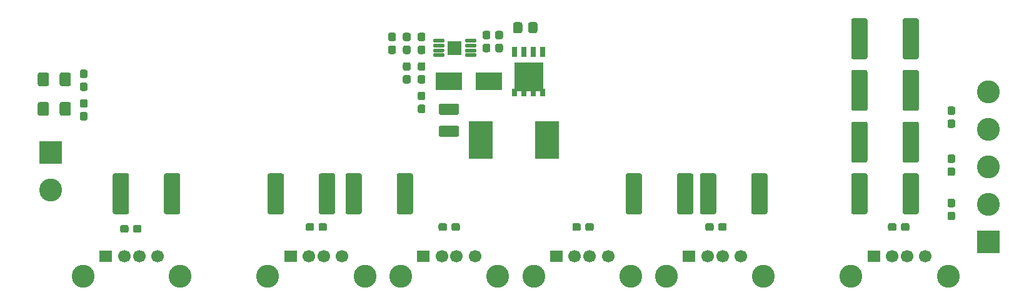
<source format=gbr>
%TF.GenerationSoftware,KiCad,Pcbnew,5.1.6*%
%TF.CreationDate,2020-06-19T21:58:21+02:00*%
%TF.ProjectId,laptop2usb,6c617074-6f70-4327-9573-622e6b696361,rev?*%
%TF.SameCoordinates,Original*%
%TF.FileFunction,Soldermask,Top*%
%TF.FilePolarity,Negative*%
%FSLAX46Y46*%
G04 Gerber Fmt 4.6, Leading zero omitted, Abs format (unit mm)*
G04 Created by KiCad (PCBNEW 5.1.6) date 2020-06-19 21:58:21*
%MOMM*%
%LPD*%
G01*
G04 APERTURE LIST*
%ADD10C,3.100000*%
%ADD11R,3.100000X3.100000*%
%ADD12R,3.275000X5.050000*%
%ADD13R,1.830000X1.950000*%
%ADD14R,4.010000X3.910000*%
%ADD15R,0.710000X1.120000*%
%ADD16R,0.710000X1.370000*%
%ADD17C,1.700000*%
%ADD18R,1.700000X1.600000*%
%ADD19R,3.600000X2.400000*%
G04 APERTURE END LIST*
%TO.C,R4*%
G36*
G01*
X121200000Y-92978262D02*
X121200000Y-92021738D01*
G75*
G02*
X121471738Y-91750000I271738J0D01*
G01*
X122178262Y-91750000D01*
G75*
G02*
X122450000Y-92021738I0J-271738D01*
G01*
X122450000Y-92978262D01*
G75*
G02*
X122178262Y-93250000I-271738J0D01*
G01*
X121471738Y-93250000D01*
G75*
G02*
X121200000Y-92978262I0J271738D01*
G01*
G37*
G36*
G01*
X119150000Y-92978262D02*
X119150000Y-92021738D01*
G75*
G02*
X119421738Y-91750000I271738J0D01*
G01*
X120128262Y-91750000D01*
G75*
G02*
X120400000Y-92021738I0J-271738D01*
G01*
X120400000Y-92978262D01*
G75*
G02*
X120128262Y-93250000I-271738J0D01*
G01*
X119421738Y-93250000D01*
G75*
G02*
X119150000Y-92978262I0J271738D01*
G01*
G37*
%TD*%
%TO.C,C3*%
G36*
G01*
X92800000Y-119762500D02*
X92800000Y-119237500D01*
G75*
G02*
X93062500Y-118975000I262500J0D01*
G01*
X93687500Y-118975000D01*
G75*
G02*
X93950000Y-119237500I0J-262500D01*
G01*
X93950000Y-119762500D01*
G75*
G02*
X93687500Y-120025000I-262500J0D01*
G01*
X93062500Y-120025000D01*
G75*
G02*
X92800000Y-119762500I0J262500D01*
G01*
G37*
G36*
G01*
X91050000Y-119762500D02*
X91050000Y-119237500D01*
G75*
G02*
X91312500Y-118975000I262500J0D01*
G01*
X91937500Y-118975000D01*
G75*
G02*
X92200000Y-119237500I0J-262500D01*
G01*
X92200000Y-119762500D01*
G75*
G02*
X91937500Y-120025000I-262500J0D01*
G01*
X91312500Y-120025000D01*
G75*
G02*
X91050000Y-119762500I0J262500D01*
G01*
G37*
%TD*%
D10*
%TO.C,J8*%
X183500000Y-101180000D03*
X183500000Y-106260000D03*
D11*
X183500000Y-121500000D03*
D10*
X183500000Y-111340000D03*
X183500000Y-116420000D03*
%TD*%
%TO.C,J1*%
X56500000Y-114500000D03*
D11*
X56500000Y-109420000D03*
%TD*%
%TO.C,C13*%
G36*
G01*
X111557456Y-104312500D02*
X109342544Y-104312500D01*
G75*
G02*
X109075000Y-104044956I0J267544D01*
G01*
X109075000Y-103055044D01*
G75*
G02*
X109342544Y-102787500I267544J0D01*
G01*
X111557456Y-102787500D01*
G75*
G02*
X111825000Y-103055044I0J-267544D01*
G01*
X111825000Y-104044956D01*
G75*
G02*
X111557456Y-104312500I-267544J0D01*
G01*
G37*
G36*
G01*
X111557456Y-107287500D02*
X109342544Y-107287500D01*
G75*
G02*
X109075000Y-107019956I0J267544D01*
G01*
X109075000Y-106030044D01*
G75*
G02*
X109342544Y-105762500I267544J0D01*
G01*
X111557456Y-105762500D01*
G75*
G02*
X111825000Y-106030044I0J-267544D01*
G01*
X111825000Y-107019956D01*
G75*
G02*
X111557456Y-107287500I-267544J0D01*
G01*
G37*
%TD*%
D12*
%TO.C,L1*%
X123757500Y-107750000D03*
X114742500Y-107750000D03*
%TD*%
D13*
%TO.C,U1*%
X111250000Y-95250000D03*
G36*
G01*
X112650000Y-94400000D02*
X112650000Y-94150000D01*
G75*
G02*
X112775000Y-94025000I125000J0D01*
G01*
X114050000Y-94025000D01*
G75*
G02*
X114175000Y-94150000I0J-125000D01*
G01*
X114175000Y-94400000D01*
G75*
G02*
X114050000Y-94525000I-125000J0D01*
G01*
X112775000Y-94525000D01*
G75*
G02*
X112650000Y-94400000I0J125000D01*
G01*
G37*
G36*
G01*
X112650000Y-95050000D02*
X112650000Y-94800000D01*
G75*
G02*
X112775000Y-94675000I125000J0D01*
G01*
X114050000Y-94675000D01*
G75*
G02*
X114175000Y-94800000I0J-125000D01*
G01*
X114175000Y-95050000D01*
G75*
G02*
X114050000Y-95175000I-125000J0D01*
G01*
X112775000Y-95175000D01*
G75*
G02*
X112650000Y-95050000I0J125000D01*
G01*
G37*
G36*
G01*
X112650000Y-95700000D02*
X112650000Y-95450000D01*
G75*
G02*
X112775000Y-95325000I125000J0D01*
G01*
X114050000Y-95325000D01*
G75*
G02*
X114175000Y-95450000I0J-125000D01*
G01*
X114175000Y-95700000D01*
G75*
G02*
X114050000Y-95825000I-125000J0D01*
G01*
X112775000Y-95825000D01*
G75*
G02*
X112650000Y-95700000I0J125000D01*
G01*
G37*
G36*
G01*
X112650000Y-96350000D02*
X112650000Y-96100000D01*
G75*
G02*
X112775000Y-95975000I125000J0D01*
G01*
X114050000Y-95975000D01*
G75*
G02*
X114175000Y-96100000I0J-125000D01*
G01*
X114175000Y-96350000D01*
G75*
G02*
X114050000Y-96475000I-125000J0D01*
G01*
X112775000Y-96475000D01*
G75*
G02*
X112650000Y-96350000I0J125000D01*
G01*
G37*
G36*
G01*
X108325000Y-96350000D02*
X108325000Y-96100000D01*
G75*
G02*
X108450000Y-95975000I125000J0D01*
G01*
X109725000Y-95975000D01*
G75*
G02*
X109850000Y-96100000I0J-125000D01*
G01*
X109850000Y-96350000D01*
G75*
G02*
X109725000Y-96475000I-125000J0D01*
G01*
X108450000Y-96475000D01*
G75*
G02*
X108325000Y-96350000I0J125000D01*
G01*
G37*
G36*
G01*
X108325000Y-95700000D02*
X108325000Y-95450000D01*
G75*
G02*
X108450000Y-95325000I125000J0D01*
G01*
X109725000Y-95325000D01*
G75*
G02*
X109850000Y-95450000I0J-125000D01*
G01*
X109850000Y-95700000D01*
G75*
G02*
X109725000Y-95825000I-125000J0D01*
G01*
X108450000Y-95825000D01*
G75*
G02*
X108325000Y-95700000I0J125000D01*
G01*
G37*
G36*
G01*
X108325000Y-95050000D02*
X108325000Y-94800000D01*
G75*
G02*
X108450000Y-94675000I125000J0D01*
G01*
X109725000Y-94675000D01*
G75*
G02*
X109850000Y-94800000I0J-125000D01*
G01*
X109850000Y-95050000D01*
G75*
G02*
X109725000Y-95175000I-125000J0D01*
G01*
X108450000Y-95175000D01*
G75*
G02*
X108325000Y-95050000I0J125000D01*
G01*
G37*
G36*
G01*
X108325000Y-94400000D02*
X108325000Y-94150000D01*
G75*
G02*
X108450000Y-94025000I125000J0D01*
G01*
X109725000Y-94025000D01*
G75*
G02*
X109850000Y-94150000I0J-125000D01*
G01*
X109850000Y-94400000D01*
G75*
G02*
X109725000Y-94525000I-125000J0D01*
G01*
X108450000Y-94525000D01*
G75*
G02*
X108325000Y-94400000I0J125000D01*
G01*
G37*
%TD*%
%TO.C,R7*%
G36*
G01*
X60737500Y-99925000D02*
X61262500Y-99925000D01*
G75*
G02*
X61525000Y-100187500I0J-262500D01*
G01*
X61525000Y-100812500D01*
G75*
G02*
X61262500Y-101075000I-262500J0D01*
G01*
X60737500Y-101075000D01*
G75*
G02*
X60475000Y-100812500I0J262500D01*
G01*
X60475000Y-100187500D01*
G75*
G02*
X60737500Y-99925000I262500J0D01*
G01*
G37*
G36*
G01*
X60737500Y-98175000D02*
X61262500Y-98175000D01*
G75*
G02*
X61525000Y-98437500I0J-262500D01*
G01*
X61525000Y-99062500D01*
G75*
G02*
X61262500Y-99325000I-262500J0D01*
G01*
X60737500Y-99325000D01*
G75*
G02*
X60475000Y-99062500I0J262500D01*
G01*
X60475000Y-98437500D01*
G75*
G02*
X60737500Y-98175000I262500J0D01*
G01*
G37*
%TD*%
%TO.C,R6*%
G36*
G01*
X106487500Y-98925000D02*
X107012500Y-98925000D01*
G75*
G02*
X107275000Y-99187500I0J-262500D01*
G01*
X107275000Y-99812500D01*
G75*
G02*
X107012500Y-100075000I-262500J0D01*
G01*
X106487500Y-100075000D01*
G75*
G02*
X106225000Y-99812500I0J262500D01*
G01*
X106225000Y-99187500D01*
G75*
G02*
X106487500Y-98925000I262500J0D01*
G01*
G37*
G36*
G01*
X106487500Y-97175000D02*
X107012500Y-97175000D01*
G75*
G02*
X107275000Y-97437500I0J-262500D01*
G01*
X107275000Y-98062500D01*
G75*
G02*
X107012500Y-98325000I-262500J0D01*
G01*
X106487500Y-98325000D01*
G75*
G02*
X106225000Y-98062500I0J262500D01*
G01*
X106225000Y-97437500D01*
G75*
G02*
X106487500Y-97175000I262500J0D01*
G01*
G37*
%TD*%
%TO.C,R5*%
G36*
G01*
X107012500Y-102325000D02*
X106487500Y-102325000D01*
G75*
G02*
X106225000Y-102062500I0J262500D01*
G01*
X106225000Y-101437500D01*
G75*
G02*
X106487500Y-101175000I262500J0D01*
G01*
X107012500Y-101175000D01*
G75*
G02*
X107275000Y-101437500I0J-262500D01*
G01*
X107275000Y-102062500D01*
G75*
G02*
X107012500Y-102325000I-262500J0D01*
G01*
G37*
G36*
G01*
X107012500Y-104075000D02*
X106487500Y-104075000D01*
G75*
G02*
X106225000Y-103812500I0J262500D01*
G01*
X106225000Y-103187500D01*
G75*
G02*
X106487500Y-102925000I262500J0D01*
G01*
X107012500Y-102925000D01*
G75*
G02*
X107275000Y-103187500I0J-262500D01*
G01*
X107275000Y-103812500D01*
G75*
G02*
X107012500Y-104075000I-262500J0D01*
G01*
G37*
%TD*%
%TO.C,R3*%
G36*
G01*
X104487500Y-94925000D02*
X105012500Y-94925000D01*
G75*
G02*
X105275000Y-95187500I0J-262500D01*
G01*
X105275000Y-95812500D01*
G75*
G02*
X105012500Y-96075000I-262500J0D01*
G01*
X104487500Y-96075000D01*
G75*
G02*
X104225000Y-95812500I0J262500D01*
G01*
X104225000Y-95187500D01*
G75*
G02*
X104487500Y-94925000I262500J0D01*
G01*
G37*
G36*
G01*
X104487500Y-93175000D02*
X105012500Y-93175000D01*
G75*
G02*
X105275000Y-93437500I0J-262500D01*
G01*
X105275000Y-94062500D01*
G75*
G02*
X105012500Y-94325000I-262500J0D01*
G01*
X104487500Y-94325000D01*
G75*
G02*
X104225000Y-94062500I0J262500D01*
G01*
X104225000Y-93437500D01*
G75*
G02*
X104487500Y-93175000I262500J0D01*
G01*
G37*
%TD*%
%TO.C,R2*%
G36*
G01*
X102487500Y-94925000D02*
X103012500Y-94925000D01*
G75*
G02*
X103275000Y-95187500I0J-262500D01*
G01*
X103275000Y-95812500D01*
G75*
G02*
X103012500Y-96075000I-262500J0D01*
G01*
X102487500Y-96075000D01*
G75*
G02*
X102225000Y-95812500I0J262500D01*
G01*
X102225000Y-95187500D01*
G75*
G02*
X102487500Y-94925000I262500J0D01*
G01*
G37*
G36*
G01*
X102487500Y-93175000D02*
X103012500Y-93175000D01*
G75*
G02*
X103275000Y-93437500I0J-262500D01*
G01*
X103275000Y-94062500D01*
G75*
G02*
X103012500Y-94325000I-262500J0D01*
G01*
X102487500Y-94325000D01*
G75*
G02*
X102225000Y-94062500I0J262500D01*
G01*
X102225000Y-93437500D01*
G75*
G02*
X102487500Y-93175000I262500J0D01*
G01*
G37*
%TD*%
%TO.C,R1*%
G36*
G01*
X61262500Y-103325000D02*
X60737500Y-103325000D01*
G75*
G02*
X60475000Y-103062500I0J262500D01*
G01*
X60475000Y-102437500D01*
G75*
G02*
X60737500Y-102175000I262500J0D01*
G01*
X61262500Y-102175000D01*
G75*
G02*
X61525000Y-102437500I0J-262500D01*
G01*
X61525000Y-103062500D01*
G75*
G02*
X61262500Y-103325000I-262500J0D01*
G01*
G37*
G36*
G01*
X61262500Y-105075000D02*
X60737500Y-105075000D01*
G75*
G02*
X60475000Y-104812500I0J262500D01*
G01*
X60475000Y-104187500D01*
G75*
G02*
X60737500Y-103925000I262500J0D01*
G01*
X61262500Y-103925000D01*
G75*
G02*
X61525000Y-104187500I0J-262500D01*
G01*
X61525000Y-104812500D01*
G75*
G02*
X61262500Y-105075000I-262500J0D01*
G01*
G37*
%TD*%
D14*
%TO.C,Q1*%
X121250000Y-99140000D03*
D15*
X123155000Y-101245000D03*
X121885000Y-101245000D03*
X120615000Y-101245000D03*
X119345000Y-101245000D03*
D16*
X119345000Y-95780000D03*
X120615000Y-95780000D03*
X121885000Y-95780000D03*
X123155000Y-95780000D03*
%TD*%
D17*
%TO.C,J7*%
X175000000Y-123500000D03*
X172500000Y-123500000D03*
X170500000Y-123500000D03*
D18*
X168000000Y-123500000D03*
D10*
X178070000Y-126210000D03*
X164930000Y-126210000D03*
%TD*%
D17*
%TO.C,J6*%
X150000000Y-123500000D03*
X147500000Y-123500000D03*
X145500000Y-123500000D03*
D18*
X143000000Y-123500000D03*
D10*
X153070000Y-126210000D03*
X139930000Y-126210000D03*
%TD*%
D17*
%TO.C,J5*%
X132000000Y-123500000D03*
X129500000Y-123500000D03*
X127500000Y-123500000D03*
D18*
X125000000Y-123500000D03*
D10*
X135070000Y-126210000D03*
X121930000Y-126210000D03*
%TD*%
D17*
%TO.C,J4*%
X114000000Y-123500000D03*
X111500000Y-123500000D03*
X109500000Y-123500000D03*
D18*
X107000000Y-123500000D03*
D10*
X117070000Y-126210000D03*
X103930000Y-126210000D03*
%TD*%
D17*
%TO.C,J3*%
X96000000Y-123500000D03*
X93500000Y-123500000D03*
X91500000Y-123500000D03*
D18*
X89000000Y-123500000D03*
D10*
X99070000Y-126210000D03*
X85930000Y-126210000D03*
%TD*%
D17*
%TO.C,J2*%
X71000000Y-123500000D03*
X68500000Y-123500000D03*
X66500000Y-123500000D03*
D18*
X64000000Y-123500000D03*
D10*
X74070000Y-126210000D03*
X60930000Y-126210000D03*
%TD*%
%TO.C,F9*%
G36*
G01*
X171900000Y-96513095D02*
X171900000Y-91486905D01*
G75*
G02*
X172161905Y-91225000I261905J0D01*
G01*
X173838095Y-91225000D01*
G75*
G02*
X174100000Y-91486905I0J-261905D01*
G01*
X174100000Y-96513095D01*
G75*
G02*
X173838095Y-96775000I-261905J0D01*
G01*
X172161905Y-96775000D01*
G75*
G02*
X171900000Y-96513095I0J261905D01*
G01*
G37*
G36*
G01*
X164950000Y-96513095D02*
X164950000Y-91486905D01*
G75*
G02*
X165211905Y-91225000I261905J0D01*
G01*
X166888095Y-91225000D01*
G75*
G02*
X167150000Y-91486905I0J-261905D01*
G01*
X167150000Y-96513095D01*
G75*
G02*
X166888095Y-96775000I-261905J0D01*
G01*
X165211905Y-96775000D01*
G75*
G02*
X164950000Y-96513095I0J261905D01*
G01*
G37*
%TD*%
%TO.C,F8*%
G36*
G01*
X171900000Y-103513095D02*
X171900000Y-98486905D01*
G75*
G02*
X172161905Y-98225000I261905J0D01*
G01*
X173838095Y-98225000D01*
G75*
G02*
X174100000Y-98486905I0J-261905D01*
G01*
X174100000Y-103513095D01*
G75*
G02*
X173838095Y-103775000I-261905J0D01*
G01*
X172161905Y-103775000D01*
G75*
G02*
X171900000Y-103513095I0J261905D01*
G01*
G37*
G36*
G01*
X164950000Y-103513095D02*
X164950000Y-98486905D01*
G75*
G02*
X165211905Y-98225000I261905J0D01*
G01*
X166888095Y-98225000D01*
G75*
G02*
X167150000Y-98486905I0J-261905D01*
G01*
X167150000Y-103513095D01*
G75*
G02*
X166888095Y-103775000I-261905J0D01*
G01*
X165211905Y-103775000D01*
G75*
G02*
X164950000Y-103513095I0J261905D01*
G01*
G37*
%TD*%
%TO.C,F7*%
G36*
G01*
X167150000Y-105486905D02*
X167150000Y-110513095D01*
G75*
G02*
X166888095Y-110775000I-261905J0D01*
G01*
X165211905Y-110775000D01*
G75*
G02*
X164950000Y-110513095I0J261905D01*
G01*
X164950000Y-105486905D01*
G75*
G02*
X165211905Y-105225000I261905J0D01*
G01*
X166888095Y-105225000D01*
G75*
G02*
X167150000Y-105486905I0J-261905D01*
G01*
G37*
G36*
G01*
X174100000Y-105486905D02*
X174100000Y-110513095D01*
G75*
G02*
X173838095Y-110775000I-261905J0D01*
G01*
X172161905Y-110775000D01*
G75*
G02*
X171900000Y-110513095I0J261905D01*
G01*
X171900000Y-105486905D01*
G75*
G02*
X172161905Y-105225000I261905J0D01*
G01*
X173838095Y-105225000D01*
G75*
G02*
X174100000Y-105486905I0J-261905D01*
G01*
G37*
%TD*%
%TO.C,F6*%
G36*
G01*
X171900000Y-117513095D02*
X171900000Y-112486905D01*
G75*
G02*
X172161905Y-112225000I261905J0D01*
G01*
X173838095Y-112225000D01*
G75*
G02*
X174100000Y-112486905I0J-261905D01*
G01*
X174100000Y-117513095D01*
G75*
G02*
X173838095Y-117775000I-261905J0D01*
G01*
X172161905Y-117775000D01*
G75*
G02*
X171900000Y-117513095I0J261905D01*
G01*
G37*
G36*
G01*
X164950000Y-117513095D02*
X164950000Y-112486905D01*
G75*
G02*
X165211905Y-112225000I261905J0D01*
G01*
X166888095Y-112225000D01*
G75*
G02*
X167150000Y-112486905I0J-261905D01*
G01*
X167150000Y-117513095D01*
G75*
G02*
X166888095Y-117775000I-261905J0D01*
G01*
X165211905Y-117775000D01*
G75*
G02*
X164950000Y-117513095I0J261905D01*
G01*
G37*
%TD*%
%TO.C,F5*%
G36*
G01*
X146650000Y-112486905D02*
X146650000Y-117513095D01*
G75*
G02*
X146388095Y-117775000I-261905J0D01*
G01*
X144711905Y-117775000D01*
G75*
G02*
X144450000Y-117513095I0J261905D01*
G01*
X144450000Y-112486905D01*
G75*
G02*
X144711905Y-112225000I261905J0D01*
G01*
X146388095Y-112225000D01*
G75*
G02*
X146650000Y-112486905I0J-261905D01*
G01*
G37*
G36*
G01*
X153600000Y-112486905D02*
X153600000Y-117513095D01*
G75*
G02*
X153338095Y-117775000I-261905J0D01*
G01*
X151661905Y-117775000D01*
G75*
G02*
X151400000Y-117513095I0J261905D01*
G01*
X151400000Y-112486905D01*
G75*
G02*
X151661905Y-112225000I261905J0D01*
G01*
X153338095Y-112225000D01*
G75*
G02*
X153600000Y-112486905I0J-261905D01*
G01*
G37*
%TD*%
%TO.C,F4*%
G36*
G01*
X136600000Y-112486905D02*
X136600000Y-117513095D01*
G75*
G02*
X136338095Y-117775000I-261905J0D01*
G01*
X134661905Y-117775000D01*
G75*
G02*
X134400000Y-117513095I0J261905D01*
G01*
X134400000Y-112486905D01*
G75*
G02*
X134661905Y-112225000I261905J0D01*
G01*
X136338095Y-112225000D01*
G75*
G02*
X136600000Y-112486905I0J-261905D01*
G01*
G37*
G36*
G01*
X143550000Y-112486905D02*
X143550000Y-117513095D01*
G75*
G02*
X143288095Y-117775000I-261905J0D01*
G01*
X141611905Y-117775000D01*
G75*
G02*
X141350000Y-117513095I0J261905D01*
G01*
X141350000Y-112486905D01*
G75*
G02*
X141611905Y-112225000I261905J0D01*
G01*
X143288095Y-112225000D01*
G75*
G02*
X143550000Y-112486905I0J-261905D01*
G01*
G37*
%TD*%
%TO.C,F3*%
G36*
G01*
X103400000Y-117513095D02*
X103400000Y-112486905D01*
G75*
G02*
X103661905Y-112225000I261905J0D01*
G01*
X105338095Y-112225000D01*
G75*
G02*
X105600000Y-112486905I0J-261905D01*
G01*
X105600000Y-117513095D01*
G75*
G02*
X105338095Y-117775000I-261905J0D01*
G01*
X103661905Y-117775000D01*
G75*
G02*
X103400000Y-117513095I0J261905D01*
G01*
G37*
G36*
G01*
X96450000Y-117513095D02*
X96450000Y-112486905D01*
G75*
G02*
X96711905Y-112225000I261905J0D01*
G01*
X98388095Y-112225000D01*
G75*
G02*
X98650000Y-112486905I0J-261905D01*
G01*
X98650000Y-117513095D01*
G75*
G02*
X98388095Y-117775000I-261905J0D01*
G01*
X96711905Y-117775000D01*
G75*
G02*
X96450000Y-117513095I0J261905D01*
G01*
G37*
%TD*%
%TO.C,F2*%
G36*
G01*
X88100000Y-112486905D02*
X88100000Y-117513095D01*
G75*
G02*
X87838095Y-117775000I-261905J0D01*
G01*
X86161905Y-117775000D01*
G75*
G02*
X85900000Y-117513095I0J261905D01*
G01*
X85900000Y-112486905D01*
G75*
G02*
X86161905Y-112225000I261905J0D01*
G01*
X87838095Y-112225000D01*
G75*
G02*
X88100000Y-112486905I0J-261905D01*
G01*
G37*
G36*
G01*
X95050000Y-112486905D02*
X95050000Y-117513095D01*
G75*
G02*
X94788095Y-117775000I-261905J0D01*
G01*
X93111905Y-117775000D01*
G75*
G02*
X92850000Y-117513095I0J261905D01*
G01*
X92850000Y-112486905D01*
G75*
G02*
X93111905Y-112225000I261905J0D01*
G01*
X94788095Y-112225000D01*
G75*
G02*
X95050000Y-112486905I0J-261905D01*
G01*
G37*
%TD*%
%TO.C,F1*%
G36*
G01*
X67125000Y-112486905D02*
X67125000Y-117513095D01*
G75*
G02*
X66863095Y-117775000I-261905J0D01*
G01*
X65186905Y-117775000D01*
G75*
G02*
X64925000Y-117513095I0J261905D01*
G01*
X64925000Y-112486905D01*
G75*
G02*
X65186905Y-112225000I261905J0D01*
G01*
X66863095Y-112225000D01*
G75*
G02*
X67125000Y-112486905I0J-261905D01*
G01*
G37*
G36*
G01*
X74075000Y-112486905D02*
X74075000Y-117513095D01*
G75*
G02*
X73813095Y-117775000I-261905J0D01*
G01*
X72136905Y-117775000D01*
G75*
G02*
X71875000Y-117513095I0J261905D01*
G01*
X71875000Y-112486905D01*
G75*
G02*
X72136905Y-112225000I261905J0D01*
G01*
X73813095Y-112225000D01*
G75*
G02*
X74075000Y-112486905I0J-261905D01*
G01*
G37*
%TD*%
%TO.C,D3*%
G36*
G01*
X57737500Y-100157456D02*
X57737500Y-98842544D01*
G75*
G02*
X58005044Y-98575000I267544J0D01*
G01*
X58994956Y-98575000D01*
G75*
G02*
X59262500Y-98842544I0J-267544D01*
G01*
X59262500Y-100157456D01*
G75*
G02*
X58994956Y-100425000I-267544J0D01*
G01*
X58005044Y-100425000D01*
G75*
G02*
X57737500Y-100157456I0J267544D01*
G01*
G37*
G36*
G01*
X54762500Y-100157456D02*
X54762500Y-98842544D01*
G75*
G02*
X55030044Y-98575000I267544J0D01*
G01*
X56019956Y-98575000D01*
G75*
G02*
X56287500Y-98842544I0J-267544D01*
G01*
X56287500Y-100157456D01*
G75*
G02*
X56019956Y-100425000I-267544J0D01*
G01*
X55030044Y-100425000D01*
G75*
G02*
X54762500Y-100157456I0J267544D01*
G01*
G37*
%TD*%
D19*
%TO.C,D2*%
X110450000Y-99750000D03*
X115850000Y-99750000D03*
%TD*%
%TO.C,D1*%
G36*
G01*
X57737500Y-104157456D02*
X57737500Y-102842544D01*
G75*
G02*
X58005044Y-102575000I267544J0D01*
G01*
X58994956Y-102575000D01*
G75*
G02*
X59262500Y-102842544I0J-267544D01*
G01*
X59262500Y-104157456D01*
G75*
G02*
X58994956Y-104425000I-267544J0D01*
G01*
X58005044Y-104425000D01*
G75*
G02*
X57737500Y-104157456I0J267544D01*
G01*
G37*
G36*
G01*
X54762500Y-104157456D02*
X54762500Y-102842544D01*
G75*
G02*
X55030044Y-102575000I267544J0D01*
G01*
X56019956Y-102575000D01*
G75*
G02*
X56287500Y-102842544I0J-267544D01*
G01*
X56287500Y-104157456D01*
G75*
G02*
X56019956Y-104425000I-267544J0D01*
G01*
X55030044Y-104425000D01*
G75*
G02*
X54762500Y-104157456I0J267544D01*
G01*
G37*
%TD*%
%TO.C,C14*%
G36*
G01*
X178237500Y-104925000D02*
X178762500Y-104925000D01*
G75*
G02*
X179025000Y-105187500I0J-262500D01*
G01*
X179025000Y-105812500D01*
G75*
G02*
X178762500Y-106075000I-262500J0D01*
G01*
X178237500Y-106075000D01*
G75*
G02*
X177975000Y-105812500I0J262500D01*
G01*
X177975000Y-105187500D01*
G75*
G02*
X178237500Y-104925000I262500J0D01*
G01*
G37*
G36*
G01*
X178237500Y-103175000D02*
X178762500Y-103175000D01*
G75*
G02*
X179025000Y-103437500I0J-262500D01*
G01*
X179025000Y-104062500D01*
G75*
G02*
X178762500Y-104325000I-262500J0D01*
G01*
X178237500Y-104325000D01*
G75*
G02*
X177975000Y-104062500I0J262500D01*
G01*
X177975000Y-103437500D01*
G75*
G02*
X178237500Y-103175000I262500J0D01*
G01*
G37*
%TD*%
%TO.C,C12*%
G36*
G01*
X178237500Y-111425000D02*
X178762500Y-111425000D01*
G75*
G02*
X179025000Y-111687500I0J-262500D01*
G01*
X179025000Y-112312500D01*
G75*
G02*
X178762500Y-112575000I-262500J0D01*
G01*
X178237500Y-112575000D01*
G75*
G02*
X177975000Y-112312500I0J262500D01*
G01*
X177975000Y-111687500D01*
G75*
G02*
X178237500Y-111425000I262500J0D01*
G01*
G37*
G36*
G01*
X178237500Y-109675000D02*
X178762500Y-109675000D01*
G75*
G02*
X179025000Y-109937500I0J-262500D01*
G01*
X179025000Y-110562500D01*
G75*
G02*
X178762500Y-110825000I-262500J0D01*
G01*
X178237500Y-110825000D01*
G75*
G02*
X177975000Y-110562500I0J262500D01*
G01*
X177975000Y-109937500D01*
G75*
G02*
X178237500Y-109675000I262500J0D01*
G01*
G37*
%TD*%
%TO.C,C11*%
G36*
G01*
X178762500Y-116825000D02*
X178237500Y-116825000D01*
G75*
G02*
X177975000Y-116562500I0J262500D01*
G01*
X177975000Y-115937500D01*
G75*
G02*
X178237500Y-115675000I262500J0D01*
G01*
X178762500Y-115675000D01*
G75*
G02*
X179025000Y-115937500I0J-262500D01*
G01*
X179025000Y-116562500D01*
G75*
G02*
X178762500Y-116825000I-262500J0D01*
G01*
G37*
G36*
G01*
X178762500Y-118575000D02*
X178237500Y-118575000D01*
G75*
G02*
X177975000Y-118312500I0J262500D01*
G01*
X177975000Y-117687500D01*
G75*
G02*
X178237500Y-117425000I262500J0D01*
G01*
X178762500Y-117425000D01*
G75*
G02*
X179025000Y-117687500I0J-262500D01*
G01*
X179025000Y-118312500D01*
G75*
G02*
X178762500Y-118575000I-262500J0D01*
G01*
G37*
%TD*%
%TO.C,C10*%
G36*
G01*
X105012500Y-98325000D02*
X104487500Y-98325000D01*
G75*
G02*
X104225000Y-98062500I0J262500D01*
G01*
X104225000Y-97437500D01*
G75*
G02*
X104487500Y-97175000I262500J0D01*
G01*
X105012500Y-97175000D01*
G75*
G02*
X105275000Y-97437500I0J-262500D01*
G01*
X105275000Y-98062500D01*
G75*
G02*
X105012500Y-98325000I-262500J0D01*
G01*
G37*
G36*
G01*
X105012500Y-100075000D02*
X104487500Y-100075000D01*
G75*
G02*
X104225000Y-99812500I0J262500D01*
G01*
X104225000Y-99187500D01*
G75*
G02*
X104487500Y-98925000I262500J0D01*
G01*
X105012500Y-98925000D01*
G75*
G02*
X105275000Y-99187500I0J-262500D01*
G01*
X105275000Y-99812500D01*
G75*
G02*
X105012500Y-100075000I-262500J0D01*
G01*
G37*
%TD*%
%TO.C,C9*%
G36*
G01*
X171675000Y-119762500D02*
X171675000Y-119237500D01*
G75*
G02*
X171937500Y-118975000I262500J0D01*
G01*
X172562500Y-118975000D01*
G75*
G02*
X172825000Y-119237500I0J-262500D01*
G01*
X172825000Y-119762500D01*
G75*
G02*
X172562500Y-120025000I-262500J0D01*
G01*
X171937500Y-120025000D01*
G75*
G02*
X171675000Y-119762500I0J262500D01*
G01*
G37*
G36*
G01*
X169925000Y-119762500D02*
X169925000Y-119237500D01*
G75*
G02*
X170187500Y-118975000I262500J0D01*
G01*
X170812500Y-118975000D01*
G75*
G02*
X171075000Y-119237500I0J-262500D01*
G01*
X171075000Y-119762500D01*
G75*
G02*
X170812500Y-120025000I-262500J0D01*
G01*
X170187500Y-120025000D01*
G75*
G02*
X169925000Y-119762500I0J262500D01*
G01*
G37*
%TD*%
%TO.C,C8*%
G36*
G01*
X146925000Y-119762500D02*
X146925000Y-119237500D01*
G75*
G02*
X147187500Y-118975000I262500J0D01*
G01*
X147812500Y-118975000D01*
G75*
G02*
X148075000Y-119237500I0J-262500D01*
G01*
X148075000Y-119762500D01*
G75*
G02*
X147812500Y-120025000I-262500J0D01*
G01*
X147187500Y-120025000D01*
G75*
G02*
X146925000Y-119762500I0J262500D01*
G01*
G37*
G36*
G01*
X145175000Y-119762500D02*
X145175000Y-119237500D01*
G75*
G02*
X145437500Y-118975000I262500J0D01*
G01*
X146062500Y-118975000D01*
G75*
G02*
X146325000Y-119237500I0J-262500D01*
G01*
X146325000Y-119762500D01*
G75*
G02*
X146062500Y-120025000I-262500J0D01*
G01*
X145437500Y-120025000D01*
G75*
G02*
X145175000Y-119762500I0J262500D01*
G01*
G37*
%TD*%
%TO.C,C7*%
G36*
G01*
X106487500Y-94925000D02*
X107012500Y-94925000D01*
G75*
G02*
X107275000Y-95187500I0J-262500D01*
G01*
X107275000Y-95812500D01*
G75*
G02*
X107012500Y-96075000I-262500J0D01*
G01*
X106487500Y-96075000D01*
G75*
G02*
X106225000Y-95812500I0J262500D01*
G01*
X106225000Y-95187500D01*
G75*
G02*
X106487500Y-94925000I262500J0D01*
G01*
G37*
G36*
G01*
X106487500Y-93175000D02*
X107012500Y-93175000D01*
G75*
G02*
X107275000Y-93437500I0J-262500D01*
G01*
X107275000Y-94062500D01*
G75*
G02*
X107012500Y-94325000I-262500J0D01*
G01*
X106487500Y-94325000D01*
G75*
G02*
X106225000Y-94062500I0J262500D01*
G01*
X106225000Y-93437500D01*
G75*
G02*
X106487500Y-93175000I262500J0D01*
G01*
G37*
%TD*%
%TO.C,C6*%
G36*
G01*
X115287500Y-94675000D02*
X115812500Y-94675000D01*
G75*
G02*
X116075000Y-94937500I0J-262500D01*
G01*
X116075000Y-95562500D01*
G75*
G02*
X115812500Y-95825000I-262500J0D01*
G01*
X115287500Y-95825000D01*
G75*
G02*
X115025000Y-95562500I0J262500D01*
G01*
X115025000Y-94937500D01*
G75*
G02*
X115287500Y-94675000I262500J0D01*
G01*
G37*
G36*
G01*
X115287500Y-92925000D02*
X115812500Y-92925000D01*
G75*
G02*
X116075000Y-93187500I0J-262500D01*
G01*
X116075000Y-93812500D01*
G75*
G02*
X115812500Y-94075000I-262500J0D01*
G01*
X115287500Y-94075000D01*
G75*
G02*
X115025000Y-93812500I0J262500D01*
G01*
X115025000Y-93187500D01*
G75*
G02*
X115287500Y-92925000I262500J0D01*
G01*
G37*
%TD*%
%TO.C,C5*%
G36*
G01*
X128925000Y-119762500D02*
X128925000Y-119237500D01*
G75*
G02*
X129187500Y-118975000I262500J0D01*
G01*
X129812500Y-118975000D01*
G75*
G02*
X130075000Y-119237500I0J-262500D01*
G01*
X130075000Y-119762500D01*
G75*
G02*
X129812500Y-120025000I-262500J0D01*
G01*
X129187500Y-120025000D01*
G75*
G02*
X128925000Y-119762500I0J262500D01*
G01*
G37*
G36*
G01*
X127175000Y-119762500D02*
X127175000Y-119237500D01*
G75*
G02*
X127437500Y-118975000I262500J0D01*
G01*
X128062500Y-118975000D01*
G75*
G02*
X128325000Y-119237500I0J-262500D01*
G01*
X128325000Y-119762500D01*
G75*
G02*
X128062500Y-120025000I-262500J0D01*
G01*
X127437500Y-120025000D01*
G75*
G02*
X127175000Y-119762500I0J262500D01*
G01*
G37*
%TD*%
%TO.C,C4*%
G36*
G01*
X110800000Y-119762500D02*
X110800000Y-119237500D01*
G75*
G02*
X111062500Y-118975000I262500J0D01*
G01*
X111687500Y-118975000D01*
G75*
G02*
X111950000Y-119237500I0J-262500D01*
G01*
X111950000Y-119762500D01*
G75*
G02*
X111687500Y-120025000I-262500J0D01*
G01*
X111062500Y-120025000D01*
G75*
G02*
X110800000Y-119762500I0J262500D01*
G01*
G37*
G36*
G01*
X109050000Y-119762500D02*
X109050000Y-119237500D01*
G75*
G02*
X109312500Y-118975000I262500J0D01*
G01*
X109937500Y-118975000D01*
G75*
G02*
X110200000Y-119237500I0J-262500D01*
G01*
X110200000Y-119762500D01*
G75*
G02*
X109937500Y-120025000I-262500J0D01*
G01*
X109312500Y-120025000D01*
G75*
G02*
X109050000Y-119762500I0J262500D01*
G01*
G37*
%TD*%
%TO.C,C2*%
G36*
G01*
X67675000Y-120012500D02*
X67675000Y-119487500D01*
G75*
G02*
X67937500Y-119225000I262500J0D01*
G01*
X68562500Y-119225000D01*
G75*
G02*
X68825000Y-119487500I0J-262500D01*
G01*
X68825000Y-120012500D01*
G75*
G02*
X68562500Y-120275000I-262500J0D01*
G01*
X67937500Y-120275000D01*
G75*
G02*
X67675000Y-120012500I0J262500D01*
G01*
G37*
G36*
G01*
X65925000Y-120012500D02*
X65925000Y-119487500D01*
G75*
G02*
X66187500Y-119225000I262500J0D01*
G01*
X66812500Y-119225000D01*
G75*
G02*
X67075000Y-119487500I0J-262500D01*
G01*
X67075000Y-120012500D01*
G75*
G02*
X66812500Y-120275000I-262500J0D01*
G01*
X66187500Y-120275000D01*
G75*
G02*
X65925000Y-120012500I0J262500D01*
G01*
G37*
%TD*%
%TO.C,C1*%
G36*
G01*
X116987500Y-94675000D02*
X117512500Y-94675000D01*
G75*
G02*
X117775000Y-94937500I0J-262500D01*
G01*
X117775000Y-95562500D01*
G75*
G02*
X117512500Y-95825000I-262500J0D01*
G01*
X116987500Y-95825000D01*
G75*
G02*
X116725000Y-95562500I0J262500D01*
G01*
X116725000Y-94937500D01*
G75*
G02*
X116987500Y-94675000I262500J0D01*
G01*
G37*
G36*
G01*
X116987500Y-92925000D02*
X117512500Y-92925000D01*
G75*
G02*
X117775000Y-93187500I0J-262500D01*
G01*
X117775000Y-93812500D01*
G75*
G02*
X117512500Y-94075000I-262500J0D01*
G01*
X116987500Y-94075000D01*
G75*
G02*
X116725000Y-93812500I0J262500D01*
G01*
X116725000Y-93187500D01*
G75*
G02*
X116987500Y-92925000I262500J0D01*
G01*
G37*
%TD*%
M02*

</source>
